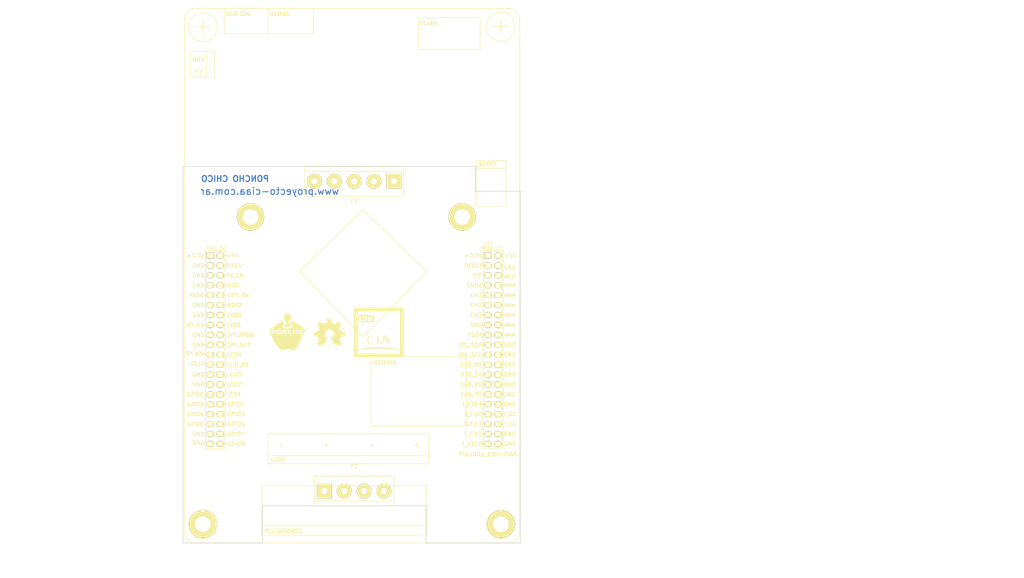
<source format=kicad_pcb>
(kicad_pcb (version 4) (host pcbnew "(2015-05-19 BZR 5670)-product")

  (general
    (links 13)
    (no_connects 13)
    (area 64.059999 58.344999 150.570001 155.015001)
    (thickness 1.6)
    (drawings 42)
    (tracks 0)
    (zones 0)
    (modules 7)
    (nets 9)
  )

  (page A4)
  (title_block
    (title "Poncho Mediano - Modelo - Ejemplo - Template")
    (date "lun 05 oct 2015")
    (rev 1.0)
    (company "Proyecto CIAA - COMPUTADORA INDUSTRIAL ABIERTA ARGENTINA")
    (comment 1 https://github.com/ciaa/Ponchos/tree/master/modelos/doc)
    (comment 2 "Autores y Licencia del template")
    (comment 3 "CÓDIGO PONCHO:")
  )

  (layers
    (0 F.Cu signal)
    (31 B.Cu signal)
    (32 B.Adhes user)
    (33 F.Adhes user)
    (34 B.Paste user)
    (35 F.Paste user)
    (36 B.SilkS user)
    (37 F.SilkS user)
    (38 B.Mask user)
    (39 F.Mask user)
    (40 Dwgs.User user)
    (41 Cmts.User user)
    (42 Eco1.User user)
    (43 Eco2.User user)
    (44 Edge.Cuts user)
    (45 Margin user)
    (46 B.CrtYd user)
    (47 F.CrtYd user)
    (48 B.Fab user)
    (49 F.Fab user)
  )

  (setup
    (last_trace_width 0.381)
    (user_trace_width 0.508)
    (user_trace_width 0.635)
    (user_trace_width 0.762)
    (user_trace_width 1.016)
    (user_trace_width 1.27)
    (user_trace_width 1.524)
    (trace_clearance 0.508)
    (zone_clearance 0.508)
    (zone_45_only no)
    (trace_min 0.2)
    (segment_width 0.2)
    (edge_width 0.15)
    (via_size 0.6)
    (via_drill 0.4)
    (via_min_size 0.4)
    (via_min_drill 0.3)
    (uvia_size 0.3)
    (uvia_drill 0.1)
    (uvias_allowed no)
    (uvia_min_size 0)
    (uvia_min_drill 0)
    (pcb_text_width 0.3)
    (pcb_text_size 1.5 1.5)
    (mod_edge_width 0.15)
    (mod_text_size 0.000001 0.000001)
    (mod_text_width 0.15)
    (pad_size 1.4 1.4)
    (pad_drill 0.6)
    (pad_to_mask_clearance 0.2)
    (aux_axis_origin 69.215 150.114)
    (visible_elements 7FFEFF7F)
    (pcbplotparams
      (layerselection 0x00020_80000000)
      (usegerberextensions false)
      (excludeedgelayer false)
      (linewidth 0.100000)
      (plotframeref false)
      (viasonmask false)
      (mode 1)
      (useauxorigin false)
      (hpglpennumber 1)
      (hpglpenspeed 20)
      (hpglpendiameter 15)
      (hpglpenoverlay 2)
      (psnegative false)
      (psa4output false)
      (plotreference true)
      (plotvalue false)
      (plotinvisibletext false)
      (padsonsilk false)
      (subtractmaskfromsilk false)
      (outputformat 1)
      (mirror false)
      (drillshape 0)
      (scaleselection 1)
      (outputdirectory ""))
  )

  (net 0 "")
  (net 1 +3.3V)
  (net 2 "Net-(P1-Pad3)")
  (net 3 +5V)
  (net 4 "Net-(P1-Pad4)")
  (net 5 GND)
  (net 6 "Net-(P2-Pad2)")
  (net 7 "Net-(P2-Pad3)")
  (net 8 +5VP)

  (net_class Default "This is the default net class."
    (clearance 0.508)
    (trace_width 0.381)
    (via_dia 0.6)
    (via_drill 0.4)
    (uvia_dia 0.3)
    (uvia_drill 0.1)
    (add_net +3.3V)
    (add_net +5V)
    (add_net +5VP)
    (add_net GND)
    (add_net "Net-(P1-Pad3)")
    (add_net "Net-(P1-Pad4)")
    (add_net "Net-(P2-Pad2)")
    (add_net "Net-(P2-Pad3)")
  )

  (module Poncho_Modelos:bornier5 (layer F.Cu) (tedit 0) (tstamp 560EDCAD)
    (at 107.95 62.23 180)
    (descr "Bornier d'alimentation 4 pins")
    (tags DEV)
    (path /560ED139)
    (fp_text reference P1 (at 0 -5.08 180) (layer F.SilkS)
      (effects (font (size 1 1) (thickness 0.15)))
    )
    (fp_text value CONN_5 (at 0 5.08 180) (layer F.Fab)
      (effects (font (size 1 1) (thickness 0.15)))
    )
    (fp_line (start -12.7 3.81) (end 12.7 3.81) (layer F.SilkS) (width 0.15))
    (fp_line (start -12.7 2.54) (end 12.7 2.54) (layer F.SilkS) (width 0.15))
    (fp_line (start -12.7 -3.81) (end 12.7 -3.81) (layer F.SilkS) (width 0.15))
    (fp_line (start 12.7 -3.81) (end 12.7 3.81) (layer F.SilkS) (width 0.15))
    (fp_line (start -12.7 -3.81) (end -12.7 3.81) (layer F.SilkS) (width 0.15))
    (pad 2 thru_hole circle (at -5.08 0 180) (size 3.81 3.81) (drill 1.524) (layers *.Cu *.Mask F.SilkS)
      (net 1 +3.3V))
    (pad 3 thru_hole circle (at 0 0 180) (size 3.81 3.81) (drill 1.524) (layers *.Cu *.Mask F.SilkS)
      (net 2 "Net-(P1-Pad3)"))
    (pad 1 thru_hole rect (at -10.16 0 180) (size 3.81 3.81) (drill 1.524) (layers *.Cu *.Mask F.SilkS)
      (net 3 +5V))
    (pad 4 thru_hole circle (at 5.08 0 180) (size 3.81 3.81) (drill 1.524) (layers *.Cu *.Mask F.SilkS)
      (net 4 "Net-(P1-Pad4)"))
    (pad 5 thru_hole circle (at 10.16 0 180) (size 3.81 3.81) (drill 1.524) (layers *.Cu *.Mask F.SilkS)
      (net 5 GND))
    (model Connect.3dshapes/bornier5.wrl
      (at (xyz 0 0 0))
      (scale (xyz 1 1 1))
      (rotate (xyz 0 0 0))
    )
  )

  (module Poncho_Modelos:bornier4 (layer F.Cu) (tedit 0) (tstamp 560EDCBA)
    (at 107.95 141.605)
    (descr "Bornier d'alimentation 4 pins")
    (tags DEV)
    (path /560ED17A)
    (fp_text reference P2 (at 0 -6.35) (layer F.SilkS)
      (effects (font (size 1 1) (thickness 0.15)))
    )
    (fp_text value CONN_4 (at 0 5.08) (layer F.Fab)
      (effects (font (size 1 1) (thickness 0.15)))
    )
    (fp_line (start -10.16 -3.81) (end -10.16 3.81) (layer F.SilkS) (width 0.15))
    (fp_line (start 10.16 3.81) (end 10.16 -3.81) (layer F.SilkS) (width 0.15))
    (fp_line (start 10.16 2.54) (end -10.16 2.54) (layer F.SilkS) (width 0.15))
    (fp_line (start -10.16 -3.81) (end 10.16 -3.81) (layer F.SilkS) (width 0.15))
    (fp_line (start -10.16 3.81) (end 10.16 3.81) (layer F.SilkS) (width 0.15))
    (pad 2 thru_hole circle (at -2.54 0) (size 3.81 3.81) (drill 1.524) (layers *.Cu *.Mask F.SilkS)
      (net 6 "Net-(P2-Pad2)"))
    (pad 3 thru_hole circle (at 2.54 0) (size 3.81 3.81) (drill 1.524) (layers *.Cu *.Mask F.SilkS)
      (net 7 "Net-(P2-Pad3)"))
    (pad 1 thru_hole rect (at -7.62 0) (size 3.81 3.81) (drill 1.524) (layers *.Cu *.Mask F.SilkS)
      (net 5 GND))
    (pad 4 thru_hole circle (at 7.62 0) (size 3.81 3.81) (drill 1.524) (layers *.Cu *.Mask F.SilkS)
      (net 8 +5VP))
    (model Connect.3dshapes/bornier4.wrl
      (at (xyz 0 0 0))
      (scale (xyz 1 1 1))
      (rotate (xyz 0 0 0))
    )
  )

  (module Poncho_Esqueleto:Logo_EDU-CIAA (layer F.Cu) (tedit 560D8BDB) (tstamp 560EE0E7)
    (at 114.3 100.965)
    (fp_text reference G*** (at 0 7.112) (layer F.SilkS) hide
      (effects (font (thickness 0.3048)))
    )
    (fp_text value Logo_EDU-CIAA (at 0.06 -7.8) (layer F.SilkS) hide
      (effects (font (thickness 0.3048)))
    )
    (fp_poly (pts (xy 6.35 6.35) (xy 5.42036 6.35) (xy 5.42036 4.8006) (xy 5.41782 4.7371)
      (xy 5.41782 4.39674) (xy 5.41782 -0.51054) (xy 5.41782 -5.42036) (xy 0 -5.42036)
      (xy -5.42036 -5.42036) (xy -5.42036 -4.99618) (xy -5.42036 -4.572) (xy -5.715 -4.572)
      (xy -6.01218 -4.572) (xy -6.01218 -3.556) (xy -6.01218 -2.54) (xy -5.715 -2.54)
      (xy -5.42036 -2.54) (xy -5.42036 0.9271) (xy -5.42036 4.39674) (xy -5.21462 4.318)
      (xy -5.05968 4.27736) (xy -4.77266 4.21894) (xy -4.39166 4.14782) (xy -3.95224 4.07162)
      (xy -3.7973 4.04622) (xy -3.42392 3.9878) (xy -3.08102 3.94462) (xy -2.74066 3.90906)
      (xy -2.3749 3.88366) (xy -1.9558 3.86842) (xy -1.45542 3.85826) (xy -0.84582 3.85318)
      (xy -0.09652 3.85064) (xy 0 3.85064) (xy 0.76454 3.85318) (xy 1.38938 3.85826)
      (xy 1.90246 3.86588) (xy 2.32918 3.88366) (xy 2.70002 3.90652) (xy 3.04038 3.93954)
      (xy 3.38074 3.98272) (xy 3.74904 4.0386) (xy 3.79476 4.04622) (xy 4.24434 4.12242)
      (xy 4.65074 4.19608) (xy 4.97332 4.25958) (xy 5.17652 4.30784) (xy 5.21208 4.318)
      (xy 5.41782 4.39674) (xy 5.41782 4.7371) (xy 5.41528 4.67614) (xy 5.38226 4.5847)
      (xy 5.29844 4.51612) (xy 5.14604 4.46278) (xy 4.90474 4.41706) (xy 4.55168 4.37134)
      (xy 4.06654 4.31546) (xy 3.59664 4.26466) (xy 2.9464 4.2037) (xy 2.20218 4.16052)
      (xy 1.3462 4.13258) (xy 0.35052 4.12242) (xy 0 4.11988) (xy -0.89154 4.12496)
      (xy -1.65608 4.13766) (xy -2.33426 4.1656) (xy -2.96672 4.20624) (xy -3.59664 4.2672)
      (xy -4.26466 4.34594) (xy -4.7625 4.41452) (xy -5.42036 4.50596) (xy -5.42036 4.96062)
      (xy -5.42036 5.41782) (xy 0 5.41782) (xy 5.41782 5.41782) (xy 5.41782 4.96062)
      (xy 5.42036 4.8006) (xy 5.42036 6.35) (xy 0 6.35) (xy -6.35 6.35)
      (xy -6.35 0) (xy -6.35 -6.35) (xy 0 -6.35) (xy 6.35 -6.35)
      (xy 6.35 0) (xy 6.35 6.35) (xy 6.35 6.35)) (layer F.SilkS) (width 0.00254))
    (fp_poly (pts (xy -1.36398 2.94894) (xy -1.41986 2.99212) (xy -1.58242 3.04292) (xy -1.83134 3.07848)
      (xy -2.08534 3.08864) (xy -2.24028 3.0734) (xy -2.59334 2.89814) (xy -2.84734 2.5908)
      (xy -2.921 2.43586) (xy -3.01752 1.98628) (xy -2.94894 1.55956) (xy -2.71526 1.16586)
      (xy -2.667 1.11252) (xy -2.49174 0.93726) (xy -2.33426 0.84582) (xy -2.12344 0.81026)
      (xy -1.90246 0.80518) (xy -1.57988 0.82296) (xy -1.40462 0.8763) (xy -1.37922 0.90932)
      (xy -1.40208 0.97028) (xy -1.55194 0.98298) (xy -1.70942 0.96774) (xy -2.08788 0.9906)
      (xy -2.39776 1.143) (xy -2.6289 1.39192) (xy -2.75844 1.70434) (xy -2.77876 2.04978)
      (xy -2.67462 2.39522) (xy -2.4765 2.66446) (xy -2.31902 2.80162) (xy -2.159 2.86258)
      (xy -1.9304 2.86766) (xy -1.80086 2.8575) (xy -1.51892 2.84988) (xy -1.36906 2.8829)
      (xy -1.36398 2.94894) (xy -1.36398 2.94894)) (layer F.SilkS) (width 0.00254))
    (fp_poly (pts (xy -0.08636 1.905) (xy -0.0889 2.37236) (xy -0.09906 2.69494) (xy -0.11938 2.90068)
      (xy -0.14986 3.00736) (xy -0.19812 3.04546) (xy -0.21336 3.048) (xy -0.26416 3.0226)
      (xy -0.29972 2.9337) (xy -0.32258 2.7559) (xy -0.33528 2.4638) (xy -0.34036 2.032)
      (xy -0.34036 1.905) (xy -0.33782 1.4351) (xy -0.32766 1.11252) (xy -0.30734 0.90678)
      (xy -0.27432 0.8001) (xy -0.22606 0.762) (xy -0.21336 0.762) (xy -0.16002 0.78486)
      (xy -0.12446 0.87376) (xy -0.1016 1.05156) (xy -0.09144 1.34366) (xy -0.08636 1.77546)
      (xy -0.08636 1.905) (xy -0.08636 1.905)) (layer F.SilkS) (width 0.00254))
    (fp_poly (pts (xy 2.40284 3.0353) (xy 2.30378 3.05308) (xy 2.17678 2.90322) (xy 2.02184 2.59334)
      (xy 1.83642 2.1209) (xy 1.80848 2.03708) (xy 1.6764 1.67132) (xy 1.5621 1.3716)
      (xy 1.47828 1.17094) (xy 1.43764 1.09982) (xy 1.39446 1.17602) (xy 1.3081 1.37922)
      (xy 1.19126 1.68148) (xy 1.05664 2.04978) (xy 1.05664 2.05232) (xy 0.87884 2.52222)
      (xy 0.7366 2.83464) (xy 0.62484 2.99974) (xy 0.57404 3.03022) (xy 0.50546 3.02514)
      (xy 0.49276 2.9591) (xy 0.53848 2.79654) (xy 0.64516 2.52222) (xy 0.78994 2.15646)
      (xy 0.9525 1.7272) (xy 1.08458 1.3716) (xy 1.2319 1.016) (xy 1.35128 0.82296)
      (xy 1.4351 0.77978) (xy 1.4986 0.86106) (xy 1.60782 1.06172) (xy 1.74752 1.35382)
      (xy 1.90246 1.69926) (xy 2.05994 2.06502) (xy 2.20472 2.41554) (xy 2.31902 2.71526)
      (xy 2.39014 2.9337) (xy 2.40284 3.0353) (xy 2.40284 3.0353)) (layer F.SilkS) (width 0.00254))
    (fp_poly (pts (xy 2.96164 2.98704) (xy 2.8956 3.04292) (xy 2.85242 3.048) (xy 2.78384 2.9718)
      (xy 2.67208 2.75844) (xy 2.52984 2.43586) (xy 2.36982 2.02946) (xy 2.3368 1.94056)
      (xy 2.15138 1.41478) (xy 2.03708 1.0414) (xy 1.99136 0.81788) (xy 2.01676 0.74422)
      (xy 2.10566 0.80772) (xy 2.159 0.91186) (xy 2.25552 1.13284) (xy 2.38252 1.44272)
      (xy 2.52476 1.79578) (xy 2.66954 2.16154) (xy 2.79654 2.49936) (xy 2.89814 2.77622)
      (xy 2.95402 2.94894) (xy 2.96164 2.98704) (xy 2.96164 2.98704)) (layer F.SilkS) (width 0.00254))
    (fp_poly (pts (xy -1.27 -2.71018) (xy -1.94818 -2.71018) (xy -1.94818 -3.57378) (xy -1.95834 -3.86334)
      (xy -1.99644 -4.01574) (xy -2.06756 -4.064) (xy -2.07518 -4.064) (xy -2.15138 -4.02336)
      (xy -2.19202 -3.87858) (xy -2.20218 -3.59664) (xy -2.20218 -3.5941) (xy -2.20726 -3.32486)
      (xy -2.2352 -3.1877) (xy -2.2987 -3.14452) (xy -2.39268 -3.1496) (xy -2.50698 -3.1877)
      (xy -2.57048 -3.2893) (xy -2.60096 -3.49758) (xy -2.60858 -3.6195) (xy -2.6416 -3.90398)
      (xy -2.70002 -4.04114) (xy -2.75844 -4.064) (xy -2.82956 -3.99034) (xy -2.8702 -3.80238)
      (xy -2.8829 -3.55092) (xy -2.86258 -3.29438) (xy -2.80924 -3.08102) (xy -2.79146 -3.04292)
      (xy -2.64668 -2.92608) (xy -2.41808 -2.87782) (xy -2.18694 -2.90576) (xy -2.04978 -2.98196)
      (xy -1.9939 -3.11658) (xy -1.95834 -3.36042) (xy -1.94818 -3.57378) (xy -1.94818 -2.71018)
      (xy -3.0861 -2.71018) (xy -3.0861 -3.42138) (xy -3.09372 -3.64744) (xy -3.20548 -3.88874)
      (xy -3.429 -4.0259) (xy -3.76428 -4.064) (xy -4.064 -4.064) (xy -4.064 -3.47218)
      (xy -4.064 -2.88036) (xy -3.7465 -2.88036) (xy -3.51536 -2.89814) (xy -3.3528 -2.93624)
      (xy -3.33756 -2.94386) (xy -3.17246 -3.14198) (xy -3.0861 -3.42138) (xy -3.0861 -2.71018)
      (xy -3.556 -2.71018) (xy -4.23418 -2.71018) (xy -4.23418 -3.00736) (xy -4.29006 -3.09626)
      (xy -4.47548 -3.13182) (xy -4.572 -3.13436) (xy -4.80822 -3.15468) (xy -4.90474 -3.22326)
      (xy -4.91236 -3.26136) (xy -4.84886 -3.35534) (xy -4.64312 -3.38836) (xy -4.61518 -3.38836)
      (xy -4.39674 -3.4163) (xy -4.32054 -3.50266) (xy -4.318 -3.51536) (xy -4.38404 -3.60934)
      (xy -4.58978 -3.64236) (xy -4.61518 -3.64236) (xy -4.81076 -3.66268) (xy -4.90982 -3.71602)
      (xy -4.91236 -3.72618) (xy -4.8387 -3.78206) (xy -4.65328 -3.81) (xy -4.61518 -3.81)
      (xy -4.39674 -3.83794) (xy -4.32054 -3.92684) (xy -4.318 -3.937) (xy -4.36372 -4.01828)
      (xy -4.5212 -4.05638) (xy -4.74218 -4.064) (xy -5.16636 -4.064) (xy -5.16636 -3.47218)
      (xy -5.16636 -2.88036) (xy -4.699 -2.88036) (xy -4.4196 -2.89052) (xy -4.27482 -2.93116)
      (xy -4.23418 -3.00736) (xy -4.23418 -2.71018) (xy -5.842 -2.71018) (xy -5.842 -3.556)
      (xy -5.842 -4.40436) (xy -3.556 -4.40436) (xy -1.27 -4.40436) (xy -1.27 -3.556)
      (xy -1.27 -2.71018) (xy -1.27 -2.71018)) (layer F.SilkS) (width 0.00254))
    (fp_poly (pts (xy -3.33756 -3.59918) (xy -3.34264 -3.35788) (xy -3.46964 -3.1877) (xy -3.65252 -3.13436)
      (xy -3.75666 -3.16738) (xy -3.80238 -3.29184) (xy -3.81 -3.47218) (xy -3.79984 -3.69062)
      (xy -3.74396 -3.78714) (xy -3.61696 -3.81) (xy -3.60172 -3.81) (xy -3.42138 -3.7592)
      (xy -3.33756 -3.59918) (xy -3.33756 -3.59918)) (layer F.SilkS) (width 0.00254))
  )

  (module Poncho_Esqueleto:Logo_Poncho (layer F.Cu) (tedit 560DAFF4) (tstamp 560EEA4B)
    (at 90.805 100.965)
    (fp_text reference G*** (at 0.127 5.588) (layer F.SilkS) hide
      (effects (font (thickness 0.3)))
    )
    (fp_text value LOGO (at 0.762 7.493) (layer F.SilkS) hide
      (effects (font (thickness 0.3)))
    )
    (fp_poly (pts (xy 4.535714 -0.627021) (xy 4.498746 -0.420109) (xy 4.405012 -0.1352) (xy 4.280272 0.162897)
      (xy 4.150281 0.409374) (xy 4.123376 0.447413) (xy 4.123376 -0.123701) (xy 4.058326 -0.436938)
      (xy 3.869112 -0.644378) (xy 3.564639 -0.737671) (xy 3.463636 -0.742208) (xy 3.129516 -0.681223)
      (xy 2.908248 -0.503835) (xy 2.808734 -0.218392) (xy 2.803896 -0.123701) (xy 2.868946 0.189536)
      (xy 3.058159 0.396975) (xy 3.362633 0.490269) (xy 3.463636 0.494805) (xy 3.797606 0.436492)
      (xy 3.958441 0.32987) (xy 4.092315 0.09203) (xy 4.123376 -0.123701) (xy 4.123376 0.447413)
      (xy 4.089856 0.494805) (xy 4.013749 0.621925) (xy 3.89522 0.861365) (xy 3.753792 1.172585)
      (xy 3.672876 1.360714) (xy 3.421635 1.929272) (xy 3.149718 2.496808) (xy 2.869494 3.041693)
      (xy 2.593334 3.542296) (xy 2.556493 3.603955) (xy 2.556493 -0.123701) (xy 2.552598 -0.439936)
      (xy 2.534834 -0.625484) (xy 2.494089 -0.714524) (xy 2.421247 -0.741238) (xy 2.391558 -0.742208)
      (xy 2.270831 -0.703329) (xy 2.228325 -0.558669) (xy 2.226623 -0.494805) (xy 2.206189 -0.31957)
      (xy 2.109798 -0.254982) (xy 1.97922 -0.247402) (xy 1.803985 -0.267837) (xy 1.739397 -0.364227)
      (xy 1.731818 -0.494805) (xy 1.705898 -0.675896) (xy 1.609459 -0.739655) (xy 1.566883 -0.742208)
      (xy 1.482553 -0.727599) (xy 1.433074 -0.660988) (xy 1.40933 -0.508193) (xy 1.402206 -0.235036)
      (xy 1.401948 -0.123701) (xy 1.405843 0.192533) (xy 1.423606 0.378081) (xy 1.464351 0.467122)
      (xy 1.537193 0.493835) (xy 1.566883 0.494805) (xy 1.680559 0.462518) (xy 1.726426 0.336472)
      (xy 1.731818 0.206169) (xy 1.745609 0.012245) (xy 1.815564 -0.067294) (xy 1.97922 -0.082467)
      (xy 2.145441 -0.066377) (xy 2.213617 0.015237) (xy 2.226623 0.206169) (xy 2.245073 0.405103)
      (xy 2.317099 0.48537) (xy 2.391558 0.494805) (xy 2.475887 0.480197) (xy 2.525367 0.413586)
      (xy 2.549111 0.260791) (xy 2.556234 -0.012366) (xy 2.556493 -0.123701) (xy 2.556493 3.603955)
      (xy 2.33361 3.976986) (xy 2.102692 4.324132) (xy 1.912952 4.562103) (xy 1.781691 4.667512)
      (xy 1.660102 4.654002) (xy 1.438445 4.580892) (xy 1.163465 4.463746) (xy 1.154545 4.459546)
      (xy 1.154545 0.36149) (xy 1.110706 0.268405) (xy 0.956623 0.266159) (xy 0.938776 0.269422)
      (xy 0.717011 0.243945) (xy 0.523128 0.11531) (xy 0.417755 -0.07121) (xy 0.412337 -0.123701)
      (xy 0.484303 -0.318602) (xy 0.658393 -0.472009) (xy 0.871896 -0.536691) (xy 0.949632 -0.528355)
      (xy 1.105982 -0.515384) (xy 1.154279 -0.597467) (xy 1.154545 -0.609566) (xy 1.114247 -0.69528)
      (xy 0.970303 -0.735064) (xy 0.783441 -0.742208) (xy 0.429195 -0.687347) (xy 0.198088 -0.523118)
      (xy 0.090717 -0.250044) (xy 0.082467 -0.123701) (xy 0.144642 0.188869) (xy 0.330769 0.392787)
      (xy 0.640252 0.487526) (xy 0.783441 0.494805) (xy 1.022962 0.480515) (xy 1.134243 0.429291)
      (xy 1.154545 0.36149) (xy 1.154545 4.459546) (xy 1.148315 4.456614) (xy 0.592041 4.256938)
      (xy 0.061238 4.207886) (xy -0.164935 4.249843) (xy -0.164935 -0.123701) (xy -0.168831 -0.439936)
      (xy -0.186594 -0.625484) (xy -0.227339 -0.714524) (xy -0.300181 -0.741238) (xy -0.329871 -0.742208)
      (xy -0.435349 -0.716231) (xy -0.483875 -0.609894) (xy -0.495586 -0.391721) (xy -0.496366 -0.041234)
      (xy -0.706429 -0.391721) (xy -0.874005 -0.625569) (xy -1.029731 -0.729733) (xy -1.117986 -0.742208)
      (xy -1.220495 -0.733937) (xy -1.280586 -0.685976) (xy -1.309571 -0.563603) (xy -1.318762 -0.332094)
      (xy -1.319481 -0.123701) (xy -1.315585 0.192533) (xy -1.297822 0.378081) (xy -1.257077 0.467122)
      (xy -1.184235 0.493835) (xy -1.154546 0.494805) (xy -1.049068 0.468829) (xy -1.000541 0.362492)
      (xy -0.988831 0.144318) (xy -0.98805 -0.206169) (xy -0.777988 0.144318) (xy -0.610412 0.378167)
      (xy -0.454685 0.48233) (xy -0.36643 0.494805) (xy -0.263922 0.486535) (xy -0.203831 0.438574)
      (xy -0.174846 0.3162) (xy -0.165655 0.084692) (xy -0.164935 -0.123701) (xy -0.164935 4.249843)
      (xy -0.48241 4.308738) (xy -0.783442 4.420415) (xy -1.059466 4.535832) (xy -1.285963 4.626797)
      (xy -1.401948 4.669513) (xy -1.518876 4.625399) (xy -1.566884 4.584033) (xy -1.566884 -0.123701)
      (xy -1.631934 -0.436938) (xy -1.821147 -0.644378) (xy -2.12562 -0.737671) (xy -2.226624 -0.742208)
      (xy -2.560743 -0.681223) (xy -2.782012 -0.503835) (xy -2.881525 -0.218392) (xy -2.886364 -0.123701)
      (xy -2.821314 0.189536) (xy -2.6321 0.396975) (xy -2.327627 0.490269) (xy -2.226624 0.494805)
      (xy -1.892653 0.436492) (xy -1.731819 0.32987) (xy -1.597945 0.09203) (xy -1.566884 -0.123701)
      (xy -1.566884 4.584033) (xy -1.717176 4.454536) (xy -1.98582 4.166799) (xy -2.061689 4.078924)
      (xy -2.369861 3.70727) (xy -2.632201 3.363429) (xy -2.870341 3.013116) (xy -2.968832 2.849614)
      (xy -2.968832 -0.32987) (xy -3.007485 -0.54598) (xy -3.140146 -0.67528) (xy -3.391869 -0.734039)
      (xy -3.603832 -0.742208) (xy -4.04091 -0.742208) (xy -4.04091 -0.123701) (xy -4.037014 0.192533)
      (xy -4.019251 0.378081) (xy -3.978506 0.467122) (xy -3.905664 0.493835) (xy -3.875974 0.494805)
      (xy -3.746639 0.446485) (xy -3.711039 0.288637) (xy -3.687673 0.146227) (xy -3.584731 0.090232)
      (xy -3.438897 0.082468) (xy -3.16065 0.034793) (xy -3.008068 -0.114765) (xy -2.968832 -0.32987)
      (xy -2.968832 2.849614) (xy -3.105916 2.622046) (xy -3.360558 2.155935) (xy -3.6559 1.580499)
      (xy -3.724805 1.443182) (xy -3.927446 1.040996) (xy -4.107468 0.68891) (xy -4.250627 0.414385)
      (xy -4.342678 0.24488) (xy -4.366512 0.206169) (xy -4.479713 -0.061738) (xy -4.470402 -0.368299)
      (xy -4.39208 -0.562072) (xy -4.211754 -0.794239) (xy -3.970771 -1.027175) (xy -3.729883 -1.205582)
      (xy -3.628572 -1.257014) (xy -3.515586 -1.328258) (xy -3.31072 -1.481511) (xy -3.047204 -1.691308)
      (xy -2.861153 -1.845142) (xy -2.478394 -2.151727) (xy -2.09396 -2.434151) (xy -1.735885 -2.674156)
      (xy -1.432202 -2.853482) (xy -1.210945 -2.953871) (xy -1.135923 -2.968831) (xy -0.992755 -2.911987)
      (xy -0.868796 -2.807085) (xy -0.798823 -2.718089) (xy -0.768465 -2.621372) (xy -0.779148 -2.476306)
      (xy -0.832302 -2.242261) (xy -0.897248 -1.997411) (xy -1.002077 -1.614541) (xy -1.0637 -1.342913)
      (xy -1.062894 -1.163551) (xy -0.980436 -1.05748) (xy -0.797105 -1.005726) (xy -0.493678 -0.989314)
      (xy -0.050932 -0.989267) (xy 0.123701 -0.98961) (xy 0.616616 -0.993152) (xy 0.963601 -1.004879)
      (xy 1.183529 -1.026446) (xy 1.295275 -1.059505) (xy 1.31948 -1.094352) (xy 1.298521 -1.22034)
      (xy 1.243133 -1.457326) (xy 1.164548 -1.757819) (xy 1.150407 -1.809213) (xy 1.043088 -2.255847)
      (xy 1.008894 -2.569631) (xy 1.048676 -2.765972) (xy 1.163285 -2.860279) (xy 1.208992 -2.870512)
      (xy 1.420553 -2.83991) (xy 1.739874 -2.711189) (xy 2.149801 -2.493929) (xy 2.633175 -2.197713)
      (xy 3.172841 -1.832122) (xy 3.525487 -1.576813) (xy 3.929546 -1.272303) (xy 4.214754 -1.04349)
      (xy 4.398878 -0.873667) (xy 4.499689 -0.746128) (xy 4.534955 -0.644167) (xy 4.535714 -0.627021)
      (xy 4.535714 -0.627021)) (layer F.SilkS) (width 0.1))
    (fp_poly (pts (xy 1.023542 -3.736319) (xy 0.895402 -3.389445) (xy 0.679417 -3.11223) (xy 0.563302 -2.982356)
      (xy 0.508034 -2.869698) (xy 0.506066 -2.720981) (xy 0.549854 -2.48293) (xy 0.574294 -2.370022)
      (xy 0.658312 -1.973188) (xy 0.69611 -1.709422) (xy 0.675383 -1.550382) (xy 0.583822 -1.467723)
      (xy 0.409122 -1.433104) (xy 0.16144 -1.419187) (xy -0.12355 -1.415195) (xy -0.339882 -1.428263)
      (xy -0.43645 -1.453549) (xy -0.490308 -1.618268) (xy -0.466441 -1.923684) (xy -0.365224 -2.365222)
      (xy -0.360015 -2.384058) (xy -0.225225 -2.868872) (xy -0.488808 -3.104404) (xy -0.714353 -3.402585)
      (xy -0.808424 -3.746824) (xy -0.77552 -4.096523) (xy -0.620138 -4.411085) (xy -0.346777 -4.649915)
      (xy -0.31571 -4.666738) (xy 0.033719 -4.763905) (xy 0.380075 -4.71573) (xy 0.68714 -4.538441)
      (xy 0.918691 -4.248265) (xy 0.989692 -4.081895) (xy 1.023542 -3.736319) (xy 1.023542 -3.736319)) (layer F.SilkS) (width 0.1))
    (fp_poly (pts (xy -3.320079 -0.321578) (xy -3.381169 -0.206169) (xy -3.537606 -0.087441) (xy -3.656944 -0.12265)
      (xy -3.710414 -0.301007) (xy -3.711039 -0.32987) (xy -3.666881 -0.523821) (xy -3.553583 -0.57585)
      (xy -3.399915 -0.47517) (xy -3.381169 -0.453571) (xy -3.320079 -0.321578) (xy -3.320079 -0.321578)) (layer F.SilkS) (width 0.1))
    (fp_poly (pts (xy -1.911824 -0.1467) (xy -1.935194 -0.006732) (xy -2.006645 0.114199) (xy -2.128505 0.265484)
      (xy -2.225472 0.329848) (xy -2.226624 0.32987) (xy -2.322643 0.267542) (xy -2.444552 0.117317)
      (xy -2.446603 0.114199) (xy -2.537406 -0.05684) (xy -2.52656 -0.197017) (xy -2.465958 -0.318756)
      (xy -2.343482 -0.473895) (xy -2.226624 -0.536039) (xy -2.106037 -0.47051) (xy -1.987289 -0.318756)
      (xy -1.911824 -0.1467) (xy -1.911824 -0.1467)) (layer F.SilkS) (width 0.1))
    (fp_poly (pts (xy 3.778435 -0.1467) (xy 3.755065 -0.006732) (xy 3.683615 0.114199) (xy 3.561755 0.265484)
      (xy 3.464788 0.329848) (xy 3.463636 0.32987) (xy 3.367616 0.267542) (xy 3.245708 0.117317)
      (xy 3.243657 0.114199) (xy 3.152854 -0.05684) (xy 3.163699 -0.197017) (xy 3.224301 -0.318756)
      (xy 3.346778 -0.473895) (xy 3.463636 -0.536039) (xy 3.584223 -0.47051) (xy 3.702971 -0.318756)
      (xy 3.778435 -0.1467) (xy 3.778435 -0.1467)) (layer F.SilkS) (width 0.1))
  )

  (module Poncho_Esqueleto:Logo_OSHWA (layer F.Cu) (tedit 560D8B85) (tstamp 560EEA57)
    (at 101.6 100.965)
    (fp_text reference G101 (at 0 4.2418) (layer F.SilkS) hide
      (effects (font (size 0.7112 0.4572) (thickness 0.1143)))
    )
    (fp_text value Logo_OSHWA (at 0 -4.2418) (layer F.SilkS) hide
      (effects (font (size 0.36322 0.36322) (thickness 0.07112)))
    )
    (fp_poly (pts (xy -2.42316 3.59156) (xy -2.38252 3.57124) (xy -2.28854 3.51282) (xy -2.15392 3.42392)
      (xy -1.99644 3.31978) (xy -1.83896 3.21056) (xy -1.70942 3.1242) (xy -1.61798 3.06578)
      (xy -1.57988 3.04546) (xy -1.55956 3.05054) (xy -1.48336 3.08864) (xy -1.37414 3.14452)
      (xy -1.31064 3.17754) (xy -1.21158 3.22072) (xy -1.16078 3.23088) (xy -1.15316 3.21564)
      (xy -1.11506 3.13944) (xy -1.05918 3.00736) (xy -0.98298 2.83464) (xy -0.89662 2.63144)
      (xy -0.80264 2.413) (xy -0.7112 2.18948) (xy -0.6223 1.97612) (xy -0.54356 1.78562)
      (xy -0.48006 1.63068) (xy -0.43942 1.52146) (xy -0.42418 1.47574) (xy -0.42926 1.46558)
      (xy -0.48006 1.41732) (xy -0.56642 1.35128) (xy -0.75692 1.19634) (xy -0.94234 0.96266)
      (xy -1.05664 0.6985) (xy -1.09474 0.40386) (xy -1.06172 0.13208) (xy -0.95504 -0.12954)
      (xy -0.77216 -0.36576) (xy -0.55118 -0.54102) (xy -0.2921 -0.65278) (xy 0 -0.68834)
      (xy 0.2794 -0.65786) (xy 0.5461 -0.55118) (xy 0.78232 -0.37084) (xy 0.88138 -0.25654)
      (xy 1.01854 -0.01778) (xy 1.09728 0.23876) (xy 1.1049 0.30226) (xy 1.09474 0.5842)
      (xy 1.01092 0.85344) (xy 0.8636 1.09474) (xy 0.65786 1.29032) (xy 0.62992 1.31064)
      (xy 0.53594 1.38176) (xy 0.47244 1.43002) (xy 0.42164 1.47066) (xy 0.77978 2.33172)
      (xy 0.83566 2.46888) (xy 0.93472 2.7051) (xy 1.02108 2.9083) (xy 1.08966 3.06832)
      (xy 1.13792 3.17754) (xy 1.15824 3.22072) (xy 1.16078 3.22326) (xy 1.19126 3.22834)
      (xy 1.2573 3.20294) (xy 1.37668 3.14452) (xy 1.45796 3.10388) (xy 1.5494 3.0607)
      (xy 1.59004 3.04546) (xy 1.6256 3.06324) (xy 1.71196 3.12166) (xy 1.8415 3.20548)
      (xy 1.9939 3.30962) (xy 2.14122 3.41122) (xy 2.27584 3.50012) (xy 2.3749 3.56108)
      (xy 2.42316 3.58902) (xy 2.43078 3.58902) (xy 2.47142 3.56362) (xy 2.55016 3.50012)
      (xy 2.667 3.38836) (xy 2.8321 3.2258) (xy 2.8575 3.2004) (xy 2.99466 3.0607)
      (xy 3.10642 2.94386) (xy 3.18008 2.86258) (xy 3.20548 2.82448) (xy 3.20548 2.82448)
      (xy 3.18262 2.77622) (xy 3.11912 2.6797) (xy 3.03022 2.54254) (xy 2.921 2.38252)
      (xy 2.63652 1.9685) (xy 2.794 1.57734) (xy 2.84226 1.45796) (xy 2.90322 1.31318)
      (xy 2.9464 1.20904) (xy 2.9718 1.16332) (xy 3.01244 1.14808) (xy 3.12166 1.12268)
      (xy 3.2766 1.08966) (xy 3.45948 1.05664) (xy 3.63728 1.02362) (xy 3.7973 0.99314)
      (xy 3.9116 0.97028) (xy 3.9624 0.96012) (xy 3.9751 0.9525) (xy 3.98526 0.9271)
      (xy 3.99288 0.87376) (xy 3.99542 0.77724) (xy 3.99796 0.62484) (xy 3.99796 0.40386)
      (xy 3.99796 0.381) (xy 3.99542 0.17018) (xy 3.99288 0.00254) (xy 3.9878 -0.10668)
      (xy 3.98018 -0.14986) (xy 3.98018 -0.14986) (xy 3.92938 -0.16256) (xy 3.81762 -0.18542)
      (xy 3.6576 -0.21844) (xy 3.4671 -0.254) (xy 3.45694 -0.25654) (xy 3.26644 -0.2921)
      (xy 3.10896 -0.32512) (xy 2.9972 -0.35052) (xy 2.95148 -0.36576) (xy 2.94132 -0.37846)
      (xy 2.90322 -0.45212) (xy 2.84734 -0.56896) (xy 2.78638 -0.71374) (xy 2.72288 -0.86106)
      (xy 2.66954 -0.99568) (xy 2.63398 -1.09474) (xy 2.62382 -1.14046) (xy 2.62382 -1.14046)
      (xy 2.65176 -1.18618) (xy 2.7178 -1.28524) (xy 2.80924 -1.41986) (xy 2.921 -1.58242)
      (xy 2.92862 -1.59512) (xy 3.03784 -1.75514) (xy 3.12674 -1.88976) (xy 3.18516 -1.98628)
      (xy 3.20548 -2.02946) (xy 3.20548 -2.032) (xy 3.16992 -2.08026) (xy 3.08864 -2.16916)
      (xy 2.9718 -2.29108) (xy 2.8321 -2.43332) (xy 2.78638 -2.4765) (xy 2.63144 -2.6289)
      (xy 2.52476 -2.72796) (xy 2.45618 -2.7813) (xy 2.42316 -2.794) (xy 2.42316 -2.79146)
      (xy 2.3749 -2.76352) (xy 2.2733 -2.69748) (xy 2.13614 -2.6035) (xy 1.97358 -2.49428)
      (xy 1.96342 -2.48666) (xy 1.8034 -2.37744) (xy 1.67132 -2.28854) (xy 1.5748 -2.22504)
      (xy 1.53416 -2.19964) (xy 1.52654 -2.19964) (xy 1.46304 -2.21996) (xy 1.34874 -2.25806)
      (xy 1.20904 -2.31394) (xy 1.06172 -2.37236) (xy 0.9271 -2.42824) (xy 0.8255 -2.4765)
      (xy 0.77724 -2.5019) (xy 0.77724 -2.50444) (xy 0.75946 -2.56286) (xy 0.73152 -2.68224)
      (xy 0.6985 -2.84734) (xy 0.6604 -3.04292) (xy 0.65532 -3.0734) (xy 0.61976 -3.2639)
      (xy 0.58928 -3.42138) (xy 0.56642 -3.5306) (xy 0.55372 -3.57632) (xy 0.52832 -3.5814)
      (xy 0.43434 -3.58902) (xy 0.2921 -3.59156) (xy 0.11938 -3.5941) (xy -0.06096 -3.59156)
      (xy -0.23622 -3.58902) (xy -0.38862 -3.58394) (xy -0.4953 -3.57632) (xy -0.54102 -3.56616)
      (xy -0.54356 -3.56362) (xy -0.5588 -3.5052) (xy -0.5842 -3.38582) (xy -0.61976 -3.22072)
      (xy -0.65786 -3.0226) (xy -0.66294 -2.98958) (xy -0.6985 -2.79908) (xy -0.73152 -2.64414)
      (xy -0.75438 -2.53492) (xy -0.76708 -2.49428) (xy -0.78232 -2.48412) (xy -0.86106 -2.4511)
      (xy -0.98806 -2.39776) (xy -1.14808 -2.33426) (xy -1.51384 -2.1844) (xy -1.96088 -2.49428)
      (xy -2.00406 -2.52222) (xy -2.16408 -2.63144) (xy -2.2987 -2.72034) (xy -2.39014 -2.77876)
      (xy -2.42824 -2.80162) (xy -2.43078 -2.79908) (xy -2.4765 -2.76098) (xy -2.5654 -2.67716)
      (xy -2.68732 -2.55778) (xy -2.82702 -2.41808) (xy -2.93116 -2.31394) (xy -3.05562 -2.18694)
      (xy -3.13436 -2.10312) (xy -3.17754 -2.04724) (xy -3.19278 -2.01422) (xy -3.1877 -1.9939)
      (xy -3.15976 -1.94818) (xy -3.09372 -1.84912) (xy -3.00228 -1.71196) (xy -2.89306 -1.55448)
      (xy -2.80162 -1.41986) (xy -2.7051 -1.27) (xy -2.6416 -1.16332) (xy -2.61874 -1.10998)
      (xy -2.62382 -1.08712) (xy -2.65684 -1.00076) (xy -2.71018 -0.86614) (xy -2.77622 -0.70866)
      (xy -2.9337 -0.35306) (xy -3.16738 -0.30988) (xy -3.30708 -0.28194) (xy -3.5052 -0.24384)
      (xy -3.69316 -0.20828) (xy -3.9878 -0.14986) (xy -3.99796 0.93218) (xy -3.95224 0.9525)
      (xy -3.90906 0.9652) (xy -3.79984 0.98806) (xy -3.6449 1.01854) (xy -3.45948 1.0541)
      (xy -3.30454 1.08458) (xy -3.14452 1.11252) (xy -3.03276 1.13538) (xy -2.98196 1.14554)
      (xy -2.96926 1.16332) (xy -2.92862 1.23952) (xy -2.87274 1.36144) (xy -2.81178 1.50876)
      (xy -2.74828 1.65862) (xy -2.6924 1.79832) (xy -2.65176 1.905) (xy -2.63906 1.96088)
      (xy -2.65938 2.00406) (xy -2.72034 2.0955) (xy -2.8067 2.22758) (xy -2.91338 2.38506)
      (xy -3.0226 2.54254) (xy -3.1115 2.67716) (xy -3.175 2.77368) (xy -3.2004 2.81686)
      (xy -3.1877 2.84734) (xy -3.12674 2.92354) (xy -3.00736 3.04546) (xy -2.8321 3.22072)
      (xy -2.80162 3.24866) (xy -2.66192 3.38328) (xy -2.54254 3.4925) (xy -2.46126 3.56616)
      (xy -2.42316 3.59156)) (layer F.SilkS) (width 0.00254))
  )

  (module Poncho_Esqueleto:Conn_Poncho_Mediano locked (layer F.Cu) (tedit 5612F5D8) (tstamp 5612FA4C)
    (at 142.24 81.28)
    (tags "CONN Poncho")
    (path /560E549A)
    (fp_text reference XA1 (at 0 -3.175) (layer F.SilkS)
      (effects (font (size 0.8 0.8) (thickness 0.12)))
    )
    (fp_text value Conn_PonchoMP_2x_20x2 (at -1.905 51.181) (layer F.SilkS) hide
      (effects (font (size 1.016 1.016) (thickness 0.2032)))
    )
    (fp_line (start 8.255 -22.86) (end 8.255 73.66) (layer Dwgs.User) (width 0.15))
    (fp_line (start -78.105 73.66) (end -78.105 -22.86) (layer Dwgs.User) (width 0.15))
    (fp_line (start -78.105 -22.86) (end 8.255 -22.86) (layer Dwgs.User) (width 0.15))
    (fp_line (start 8.255 73.66) (end -78.105 73.66) (layer Dwgs.User) (width 0.15))
    (fp_text user GPIO8 (at -64.516 48.26) (layer F.SilkS)
      (effects (font (size 1 1) (thickness 0.2)))
    )
    (fp_text user GPIO7 (at -64.516 45.72) (layer F.SilkS)
      (effects (font (size 1 1) (thickness 0.2)))
    )
    (fp_text user GPIO5 (at -64.516 43.18) (layer F.SilkS)
      (effects (font (size 1 1) (thickness 0.2)))
    )
    (fp_text user GPIO3 (at -64.516 40.64) (layer F.SilkS)
      (effects (font (size 1 1) (thickness 0.2)))
    )
    (fp_text user GPIO1 (at -64.516 38.1) (layer F.SilkS)
      (effects (font (size 1 1) (thickness 0.2)))
    )
    (fp_text user LCD1 (at -65.024 35.56) (layer F.SilkS)
      (effects (font (size 1 1) (thickness 0.2)))
    )
    (fp_text user LCD2 (at -65.024 33.02) (layer F.SilkS)
      (effects (font (size 1 1) (thickness 0.2)))
    )
    (fp_text user LCD3 (at -65.024 30.48) (layer F.SilkS)
      (effects (font (size 1 1) (thickness 0.2)))
    )
    (fp_text user LCD_RS (at -64.008 27.94) (layer F.SilkS)
      (effects (font (size 1 1) (thickness 0.2)))
    )
    (fp_text user LCD4 (at -65.024 25.4) (layer F.SilkS)
      (effects (font (size 1 1) (thickness 0.2)))
    )
    (fp_text user SPI_SCK (at -63.754 22.86) (layer F.SilkS)
      (effects (font (size 1 1) (thickness 0.2)))
    )
    (fp_text user SPI_MISO (at -63.5 20.32) (layer F.SilkS)
      (effects (font (size 1 1) (thickness 0.2)))
    )
    (fp_text user TXD1 (at -65.024 17.78) (layer F.SilkS)
      (effects (font (size 1 1) (thickness 0.2)))
    )
    (fp_text user TXD0 (at -65.024 15.24) (layer F.SilkS)
      (effects (font (size 1 1) (thickness 0.2)))
    )
    (fp_text user MDIO (at -65.024 12.7) (layer F.SilkS)
      (effects (font (size 1 1) (thickness 0.2)))
    )
    (fp_text user CRS_DV (at -64.008 10.16) (layer F.SilkS)
      (effects (font (size 1 1) (thickness 0.2)))
    )
    (fp_text user MDC (at -65.278 7.62) (layer F.SilkS)
      (effects (font (size 1 1) (thickness 0.2)))
    )
    (fp_text user TX_EN (at -64.77 5.08) (layer F.SilkS)
      (effects (font (size 1 1) (thickness 0.2)))
    )
    (fp_text user RXD1 (at -65.024 2.54) (layer F.SilkS)
      (effects (font (size 1 1) (thickness 0.2)))
    )
    (fp_text user +5V (at -65.532 0) (layer F.SilkS)
      (effects (font (size 1 1) (thickness 0.2)))
    )
    (fp_text user GND (at -74.168 48.006) (layer F.SilkS)
      (effects (font (size 1 1) (thickness 0.2)))
    )
    (fp_text user GND (at -74.168 45.72) (layer F.SilkS)
      (effects (font (size 1 1) (thickness 0.2)))
    )
    (fp_text user GPIO6 (at -74.93 43.18) (layer F.SilkS)
      (effects (font (size 1 0.9) (thickness 0.2)))
    )
    (fp_text user GPIO4 (at -74.93 40.64) (layer F.SilkS)
      (effects (font (size 1 0.9) (thickness 0.2)))
    )
    (fp_text user GPIO2 (at -74.93 38.1) (layer F.SilkS)
      (effects (font (size 1 0.9) (thickness 0.2)))
    )
    (fp_text user GPIO0 (at -74.93 35.56) (layer F.SilkS)
      (effects (font (size 1 0.9) (thickness 0.2)))
    )
    (fp_text user GND (at -74.168 33.02) (layer F.SilkS)
      (effects (font (size 1 1) (thickness 0.2)))
    )
    (fp_text user GND (at -74.168 30.48) (layer F.SilkS)
      (effects (font (size 1 1) (thickness 0.2)))
    )
    (fp_text user LCD_EN (at -74.676 27.686) (layer F.SilkS)
      (effects (font (size 1 0.7) (thickness 0.17)))
    )
    (fp_text user SPI_MOSI (at -74.93 25.146) (layer F.SilkS)
      (effects (font (size 1 0.7) (thickness 0.17)))
    )
    (fp_text user GND (at -74.168 22.86) (layer F.SilkS)
      (effects (font (size 1 1) (thickness 0.2)))
    )
    (fp_text user GND (at -74.168 20.32) (layer F.SilkS)
      (effects (font (size 1 1) (thickness 0.2)))
    )
    (fp_text user REF_CLK (at -74.93 17.78) (layer F.SilkS)
      (effects (font (size 0.9 0.7) (thickness 0.175)))
    )
    (fp_text user GND (at -74.168 15.24) (layer F.SilkS)
      (effects (font (size 1 1) (thickness 0.2)))
    )
    (fp_text user GND (at -74.168 12.7) (layer F.SilkS)
      (effects (font (size 1 1) (thickness 0.2)))
    )
    (fp_text user GND (at -74.168 7.62) (layer F.SilkS)
      (effects (font (size 1 1) (thickness 0.2)))
    )
    (fp_text user RXD0 (at -74.676 10.16) (layer F.SilkS)
      (effects (font (size 1 1) (thickness 0.2)))
    )
    (fp_text user GND (at -74.168 5.08) (layer F.SilkS)
      (effects (font (size 1 1) (thickness 0.2)))
    )
    (fp_text user GND (at -74.168 2.54) (layer F.SilkS)
      (effects (font (size 1 1) (thickness 0.2)))
    )
    (fp_text user +3.3V (at -74.93 0) (layer F.SilkS)
      (effects (font (size 1 1) (thickness 0.2)))
    )
    (fp_text user GND (at 5.588 48.26) (layer F.SilkS)
      (effects (font (size 1 1) (thickness 0.2)))
    )
    (fp_text user GND (at 5.588 45.72) (layer F.SilkS)
      (effects (font (size 1 1) (thickness 0.2)))
    )
    (fp_text user T_F1 (at 5.588 43.18) (layer F.SilkS)
      (effects (font (size 0.9 0.9) (thickness 0.18)))
    )
    (fp_text user T_C2 (at 5.588 40.64) (layer F.SilkS)
      (effects (font (size 0.9 0.9) (thickness 0.18)))
    )
    (fp_text user GND (at 5.588 38.1) (layer F.SilkS)
      (effects (font (size 1 1) (thickness 0.2)))
    )
    (fp_text user GND (at 5.334 35.56) (layer F.SilkS)
      (effects (font (size 1 1) (thickness 0.2)))
    )
    (fp_text user GND (at 5.588 33.02) (layer F.SilkS)
      (effects (font (size 1 1) (thickness 0.2)))
    )
    (fp_text user GND (at 5.588 30.48) (layer F.SilkS)
      (effects (font (size 1 1) (thickness 0.2)))
    )
    (fp_text user GND (at 5.588 27.94) (layer F.SilkS)
      (effects (font (size 1 1) (thickness 0.2)))
    )
    (fp_text user GND (at 5.588 25.4) (layer F.SilkS)
      (effects (font (size 1 1) (thickness 0.2)))
    )
    (fp_text user GND (at 5.588 22.86) (layer F.SilkS)
      (effects (font (size 1 1) (thickness 0.2)))
    )
    (fp_text user GNDA (at 5.588 20.32) (layer F.SilkS)
      (effects (font (size 0.76 0.76) (thickness 0.19)))
    )
    (fp_text user GNDA (at 5.588 17.78) (layer F.SilkS)
      (effects (font (size 0.76 0.76) (thickness 0.19)))
    )
    (fp_text user GNDA (at 5.588 15.24) (layer F.SilkS)
      (effects (font (size 0.76 0.76) (thickness 0.19)))
    )
    (fp_text user GNDA (at 5.588 12.7) (layer F.SilkS)
      (effects (font (size 0.76 0.76) (thickness 0.19)))
    )
    (fp_text user GNDA (at 5.588 10.16) (layer F.SilkS)
      (effects (font (size 0.76 0.76) (thickness 0.19)))
    )
    (fp_text user GNDA (at 5.588 7.62) (layer F.SilkS)
      (effects (font (size 0.76 0.76) (thickness 0.19)))
    )
    (fp_text user WAKEUP (at 5.588 5.334) (layer F.SilkS)
      (effects (font (size 1 0.5) (thickness 0.125)))
    )
    (fp_text user GND (at 5.588 3.048) (layer F.SilkS)
      (effects (font (size 1 1) (thickness 0.2)))
    )
    (fp_text user +5V (at 5.588 0) (layer F.SilkS)
      (effects (font (size 1 1) (thickness 0.2)))
    )
    (fp_text user T_COL0 (at -4.064 48.26) (layer F.SilkS)
      (effects (font (size 1 1) (thickness 0.2)))
    )
    (fp_text user T_FIL2 (at -3.81 45.72) (layer F.SilkS)
      (effects (font (size 1 1) (thickness 0.2)))
    )
    (fp_text user T_FIL3 (at -3.81 43.18) (layer F.SilkS)
      (effects (font (size 1 1) (thickness 0.2)))
    )
    (fp_text user T_FIL0 (at -3.81 40.64) (layer F.SilkS)
      (effects (font (size 1 1) (thickness 0.2)))
    )
    (fp_text user T_COL1 (at -4.064 38.1) (layer F.SilkS)
      (effects (font (size 1 1) (thickness 0.2)))
    )
    (fp_text user CAN_TD (at -4.318 35.56) (layer F.SilkS)
      (effects (font (size 1 1) (thickness 0.2)))
    )
    (fp_text user CAN_RD (at -4.318 33.02) (layer F.SilkS)
      (effects (font (size 1 1) (thickness 0.2)))
    )
    (fp_text user 232_TX (at -4.318 30.48) (layer F.SilkS)
      (effects (font (size 1 1) (thickness 0.2)))
    )
    (fp_text user 232_RX (at -4.318 27.94) (layer F.SilkS)
      (effects (font (size 1 1) (thickness 0.2)))
    )
    (fp_text user I2C_SCL (at -4.572 25.4) (layer F.SilkS)
      (effects (font (size 1 1) (thickness 0.2)))
    )
    (fp_text user I2C_SDA (at -4.572 22.86) (layer F.SilkS)
      (effects (font (size 1 1) (thickness 0.2)))
    )
    (fp_text user VDDA (at -3.302 20.32) (layer F.SilkS)
      (effects (font (size 1 1) (thickness 0.2)))
    )
    (fp_text user DAC (at -3.048 17.78) (layer F.SilkS)
      (effects (font (size 1 1) (thickness 0.2)))
    )
    (fp_text user CH1 (at -3.048 15.24) (layer F.SilkS)
      (effects (font (size 1 1) (thickness 0.2)))
    )
    (fp_text user CH2 (at -3.048 12.7) (layer F.SilkS)
      (effects (font (size 1 1) (thickness 0.2)))
    )
    (fp_text user CH3 (at -3.048 10.16) (layer F.SilkS)
      (effects (font (size 1 1) (thickness 0.2)))
    )
    (fp_text user GNDA (at -3.556 7.62) (layer F.SilkS)
      (effects (font (size 1 1) (thickness 0.2)))
    )
    (fp_text user ISP (at -2.794 5.08) (layer F.SilkS)
      (effects (font (size 1 1) (thickness 0.2)))
    )
    (fp_text user RESET (at -3.81 2.54) (layer F.SilkS)
      (effects (font (size 1 1) (thickness 0.2)))
    )
    (fp_text user CIAA-P2 (at -69.85 -2.032) (layer F.SilkS)
      (effects (font (size 0.8 0.8) (thickness 0.12)))
    )
    (fp_text user CIAA-P1 (at 1.27 -2.032) (layer F.SilkS)
      (effects (font (size 0.8 0.8) (thickness 0.12)))
    )
    (fp_text user +3.3V (at -3.81 0) (layer F.SilkS)
      (effects (font (size 1 1) (thickness 0.2)))
    )
    (fp_line (start -72.39 0) (end -72.39 -1.27) (layer F.SilkS) (width 0.15))
    (fp_line (start -72.39 -1.27) (end -67.31 -1.27) (layer F.SilkS) (width 0.15))
    (fp_line (start -67.31 -1.27) (end -67.31 49.53) (layer F.SilkS) (width 0.15))
    (fp_line (start -67.31 49.53) (end -72.39 49.53) (layer F.SilkS) (width 0.15))
    (fp_line (start -72.39 49.53) (end -72.39 0) (layer F.SilkS) (width 0.15))
    (fp_line (start -1.27 49.53) (end -1.27 -1.27) (layer F.SilkS) (width 0.15))
    (fp_line (start 3.81 49.53) (end 3.81 -1.27) (layer F.SilkS) (width 0.15))
    (fp_line (start 3.81 49.53) (end -1.27 49.53) (layer F.SilkS) (width 0.15))
    (fp_line (start 3.81 -1.27) (end -1.27 -1.27) (layer F.SilkS) (width 0.15))
    (pad 1 thru_hole rect (at 0 0 270) (size 1.524 2) (drill 1.016) (layers *.Cu *.Mask F.SilkS)
      (net 1 +3.3V))
    (pad 2 thru_hole oval (at 2.54 0 270) (size 1.524 2) (drill 1.016) (layers *.Cu *.Mask F.SilkS)
      (net 3 +5V))
    (pad 11 thru_hole oval (at 0 12.7 270) (size 1.524 2) (drill 1.016) (layers *.Cu *.Mask F.SilkS))
    (pad 4 thru_hole oval (at 2.54 2.54 270) (size 1.524 2) (drill 1.016) (layers *.Cu *.Mask F.SilkS))
    (pad 13 thru_hole oval (at 0 15.24 270) (size 1.524 2) (drill 1.016) (layers *.Cu *.Mask F.SilkS))
    (pad 6 thru_hole oval (at 2.54 5.08 270) (size 1.524 2) (drill 1.016) (layers *.Cu *.Mask F.SilkS))
    (pad 15 thru_hole oval (at 0 17.78 270) (size 1.524 2) (drill 1.016) (layers *.Cu *.Mask F.SilkS))
    (pad 8 thru_hole oval (at 2.54 7.62 270) (size 1.524 2) (drill 1.016) (layers *.Cu *.Mask F.SilkS))
    (pad 17 thru_hole oval (at 0 20.32 270) (size 1.524 2) (drill 1.016) (layers *.Cu *.Mask F.SilkS))
    (pad 10 thru_hole oval (at 2.54 10.16 270) (size 1.524 2) (drill 1.016) (layers *.Cu *.Mask F.SilkS))
    (pad 19 thru_hole oval (at 0 22.86 270) (size 1.524 2) (drill 1.016) (layers *.Cu *.Mask F.SilkS))
    (pad 12 thru_hole oval (at 2.54 12.7 270) (size 1.524 2) (drill 1.016) (layers *.Cu *.Mask F.SilkS))
    (pad 21 thru_hole oval (at 0 25.4 270) (size 1.524 2) (drill 1.016) (layers *.Cu *.Mask F.SilkS))
    (pad 14 thru_hole oval (at 2.54 15.24 270) (size 1.524 2) (drill 1.016) (layers *.Cu *.Mask F.SilkS))
    (pad 23 thru_hole oval (at 0 27.94 270) (size 1.524 2) (drill 1.016) (layers *.Cu *.Mask F.SilkS)
      (net 2 "Net-(P1-Pad3)"))
    (pad 16 thru_hole oval (at 2.54 17.78 270) (size 1.524 2) (drill 1.016) (layers *.Cu *.Mask F.SilkS))
    (pad 25 thru_hole oval (at 0 30.48 270) (size 1.524 2) (drill 1.016) (layers *.Cu *.Mask F.SilkS)
      (net 4 "Net-(P1-Pad4)"))
    (pad 18 thru_hole oval (at 2.54 20.32 270) (size 1.524 2) (drill 1.016) (layers *.Cu *.Mask F.SilkS))
    (pad 27 thru_hole oval (at 0 33.02 270) (size 1.524 2) (drill 1.016) (layers *.Cu *.Mask F.SilkS))
    (pad 20 thru_hole oval (at 2.54 22.86 270) (size 1.524 2) (drill 1.016) (layers *.Cu *.Mask F.SilkS))
    (pad 29 thru_hole oval (at 0 35.56 270) (size 1.524 2) (drill 1.016) (layers *.Cu *.Mask F.SilkS))
    (pad 22 thru_hole oval (at 2.54 25.4 270) (size 1.524 2) (drill 1.016) (layers *.Cu *.Mask F.SilkS))
    (pad 31 thru_hole oval (at 0 38.1 270) (size 1.524 2) (drill 1.016) (layers *.Cu *.Mask F.SilkS))
    (pad 24 thru_hole oval (at 2.54 27.94 270) (size 1.524 2) (drill 1.016) (layers *.Cu *.Mask F.SilkS))
    (pad 26 thru_hole oval (at 2.54 30.48 270) (size 1.524 2) (drill 1.016) (layers *.Cu *.Mask F.SilkS))
    (pad 33 thru_hole oval (at 0 40.64 270) (size 1.524 2) (drill 1.016) (layers *.Cu *.Mask F.SilkS))
    (pad 28 thru_hole oval (at 2.54 33.02 270) (size 1.524 2) (drill 1.016) (layers *.Cu *.Mask F.SilkS))
    (pad 32 thru_hole oval (at 2.54 38.1 270) (size 1.524 2) (drill 1.016) (layers *.Cu *.Mask F.SilkS))
    (pad 34 thru_hole oval (at 2.54 40.64 270) (size 1.524 2) (drill 1.016) (layers *.Cu *.Mask F.SilkS))
    (pad 36 thru_hole oval (at 2.54 43.18 270) (size 1.524 2) (drill 1.016) (layers *.Cu *.Mask F.SilkS))
    (pad 38 thru_hole oval (at 2.54 45.72 270) (size 1.524 2) (drill 1.016) (layers *.Cu *.Mask F.SilkS))
    (pad 35 thru_hole oval (at 0 43.18 270) (size 1.524 2) (drill 1.016) (layers *.Cu *.Mask F.SilkS))
    (pad 37 thru_hole oval (at 0 45.72 270) (size 1.524 2) (drill 1.016) (layers *.Cu *.Mask F.SilkS))
    (pad 3 thru_hole oval (at 0 2.54 270) (size 1.524 2) (drill 1.016) (layers *.Cu *.Mask F.SilkS))
    (pad 5 thru_hole oval (at 0 5.08 270) (size 1.524 2) (drill 1.016) (layers *.Cu *.Mask F.SilkS))
    (pad 7 thru_hole oval (at 0 7.62 270) (size 1.524 2) (drill 1.016) (layers *.Cu *.Mask F.SilkS))
    (pad 9 thru_hole oval (at 0 10.16 270) (size 1.524 2) (drill 1.016) (layers *.Cu *.Mask F.SilkS))
    (pad 39 thru_hole oval (at 0 48.26 270) (size 1.524 2) (drill 1.016) (layers *.Cu *.Mask F.SilkS))
    (pad 40 thru_hole oval (at 2.54 48.26 270) (size 1.524 2) (drill 1.016) (layers *.Cu *.Mask F.SilkS))
    (pad 30 thru_hole oval (at 2.54 35.56 270) (size 1.524 2) (drill 1.016) (layers *.Cu *.Mask F.SilkS))
    (pad 41 thru_hole rect (at -71.12 0 270) (size 1.524 2) (drill 1.016) (layers *.Cu *.Mask F.SilkS))
    (pad 42 thru_hole oval (at -68.58 0 270) (size 1.524 2) (drill 1.016) (layers *.Cu *.Mask F.SilkS)
      (net 8 +5VP))
    (pad 43 thru_hole oval (at -71.12 2.54 270) (size 1.524 2) (drill 1.016) (layers *.Cu *.Mask F.SilkS)
      (net 5 GND))
    (pad 44 thru_hole oval (at -68.58 2.54 270) (size 1.524 2) (drill 1.016) (layers *.Cu *.Mask F.SilkS)
      (net 7 "Net-(P2-Pad3)"))
    (pad 45 thru_hole oval (at -71.12 5.08 270) (size 1.524 2) (drill 1.016) (layers *.Cu *.Mask F.SilkS)
      (net 5 GND))
    (pad 46 thru_hole oval (at -68.58 5.08 270) (size 1.524 2) (drill 1.016) (layers *.Cu *.Mask F.SilkS))
    (pad 47 thru_hole oval (at -71.12 7.62 270) (size 1.524 2) (drill 1.016) (layers *.Cu *.Mask F.SilkS)
      (net 5 GND))
    (pad 48 thru_hole oval (at -68.58 7.62 270) (size 1.524 2) (drill 1.016) (layers *.Cu *.Mask F.SilkS))
    (pad 49 thru_hole oval (at -71.12 10.16 270) (size 1.524 2) (drill 1.016) (layers *.Cu *.Mask F.SilkS))
    (pad 50 thru_hole oval (at -68.58 10.16 270) (size 1.524 2) (drill 1.016) (layers *.Cu *.Mask F.SilkS))
    (pad 51 thru_hole oval (at -71.12 12.7 270) (size 1.524 2) (drill 1.016) (layers *.Cu *.Mask F.SilkS))
    (pad 52 thru_hole oval (at -68.58 12.7 270) (size 1.524 2) (drill 1.016) (layers *.Cu *.Mask F.SilkS))
    (pad 53 thru_hole oval (at -71.12 15.24 270) (size 1.524 2) (drill 1.016) (layers *.Cu *.Mask F.SilkS))
    (pad 54 thru_hole oval (at -68.58 15.24 270) (size 1.524 2) (drill 1.016) (layers *.Cu *.Mask F.SilkS))
    (pad 55 thru_hole oval (at -71.12 17.78 270) (size 1.524 2) (drill 1.016) (layers *.Cu *.Mask F.SilkS))
    (pad 56 thru_hole oval (at -68.58 17.78 270) (size 1.524 2) (drill 1.016) (layers *.Cu *.Mask F.SilkS)
      (net 6 "Net-(P2-Pad2)"))
    (pad 57 thru_hole oval (at -71.12 20.32 270) (size 1.524 2) (drill 1.016) (layers *.Cu *.Mask F.SilkS))
    (pad 58 thru_hole oval (at -68.58 20.32 270) (size 1.524 2) (drill 1.016) (layers *.Cu *.Mask F.SilkS))
    (pad 59 thru_hole oval (at -71.12 22.86 270) (size 1.524 2) (drill 1.016) (layers *.Cu *.Mask F.SilkS))
    (pad 60 thru_hole oval (at -68.58 22.86 270) (size 1.524 2) (drill 1.016) (layers *.Cu *.Mask F.SilkS))
    (pad 61 thru_hole oval (at -71.12 25.4 270) (size 1.524 2) (drill 1.016) (layers *.Cu *.Mask F.SilkS))
    (pad 62 thru_hole oval (at -68.58 25.4 270) (size 1.524 2) (drill 1.016) (layers *.Cu *.Mask F.SilkS))
    (pad 63 thru_hole oval (at -71.12 27.94 270) (size 1.524 2) (drill 1.016) (layers *.Cu *.Mask F.SilkS))
    (pad 64 thru_hole oval (at -68.58 27.94 270) (size 1.524 2) (drill 1.016) (layers *.Cu *.Mask F.SilkS))
    (pad 65 thru_hole oval (at -71.12 30.48 270) (size 1.524 2) (drill 1.016) (layers *.Cu *.Mask F.SilkS))
    (pad 66 thru_hole oval (at -68.58 30.48 270) (size 1.524 2) (drill 1.016) (layers *.Cu *.Mask F.SilkS))
    (pad 67 thru_hole oval (at -71.12 33.02 270) (size 1.524 2) (drill 1.016) (layers *.Cu *.Mask F.SilkS))
    (pad 68 thru_hole oval (at -68.58 33.02 270) (size 1.524 2) (drill 1.016) (layers *.Cu *.Mask F.SilkS))
    (pad 69 thru_hole oval (at -71.12 35.56 270) (size 1.524 2) (drill 1.016) (layers *.Cu *.Mask F.SilkS))
    (pad 70 thru_hole oval (at -68.58 35.56 270) (size 1.524 2) (drill 1.016) (layers *.Cu *.Mask F.SilkS))
    (pad 71 thru_hole oval (at -71.12 38.1 270) (size 1.524 2) (drill 1.016) (layers *.Cu *.Mask F.SilkS))
    (pad 72 thru_hole oval (at -68.58 38.1 270) (size 1.524 2) (drill 1.016) (layers *.Cu *.Mask F.SilkS))
    (pad 73 thru_hole oval (at -71.12 40.64 270) (size 1.524 2) (drill 1.016) (layers *.Cu *.Mask F.SilkS))
    (pad 74 thru_hole oval (at -68.58 40.64 270) (size 1.524 2) (drill 1.016) (layers *.Cu *.Mask F.SilkS))
    (pad 75 thru_hole oval (at -71.12 43.18 270) (size 1.524 2) (drill 1.016) (layers *.Cu *.Mask F.SilkS))
    (pad 76 thru_hole oval (at -68.58 43.18 270) (size 1.524 2) (drill 1.016) (layers *.Cu *.Mask F.SilkS))
    (pad 77 thru_hole oval (at -71.12 45.72 270) (size 1.524 2) (drill 1.016) (layers *.Cu *.Mask F.SilkS)
      (net 5 GND))
    (pad 78 thru_hole oval (at -68.58 45.72 270) (size 1.524 2) (drill 1.016) (layers *.Cu *.Mask F.SilkS))
    (pad 79 thru_hole oval (at -71.12 48.26 270) (size 1.524 2) (drill 1.016) (layers *.Cu *.Mask F.SilkS)
      (net 5 GND))
    (pad 80 thru_hole oval (at -68.58 48.26 270) (size 1.524 2) (drill 1.016) (layers *.Cu *.Mask F.SilkS))
    (pad ~ thru_hole circle (at -73.025 68.834) (size 7 7) (drill 4) (layers *.Cu *.Mask F.SilkS))
    (pad ~ thru_hole circle (at 3.302 68.834) (size 7 7) (drill 4) (layers *.Cu *.Mask F.SilkS))
    (pad ~ thru_hole circle (at -60.833 -9.906) (size 7 7) (drill 4) (layers *.Cu *.Mask F.SilkS))
    (pad ~ thru_hole circle (at -6.604 -9.906) (size 7 7) (drill 4) (layers *.Cu *.Mask F.SilkS))
  )

  (module Poncho_Esqueleto:Plantilla_EDU-CIAA locked (layer F.Cu) (tedit 561303DB) (tstamp 561306DE)
    (at 142.24 81.28)
    (tags "plantilla poncho EDU CIAA")
    (fp_text reference MP? (at -0.762 -2.032) (layer F.SilkS)
      (effects (font (size 0.8 0.8) (thickness 0.12)))
    )
    (fp_text value Plantilla_EDU-CIAA (at -0.03 50.9) (layer F.SilkS)
      (effects (font (size 1.016 1.016) (thickness 0.2032)))
    )
    (fp_line (start -30.099 48.641) (end -30.226 48.641) (layer F.SilkS) (width 0.15))
    (fp_line (start -29.845 48.641) (end -30.099 48.641) (layer F.SilkS) (width 0.15))
    (fp_line (start -29.845 48.641) (end -29.464 48.641) (layer F.SilkS) (width 0.15))
    (fp_line (start -29.845 48.641) (end -29.845 49.149) (layer F.SilkS) (width 0.15))
    (fp_line (start -29.845 48.641) (end -29.845 48.006) (layer F.SilkS) (width 0.15))
    (fp_line (start -52.959 48.133) (end -52.959 48.006) (layer F.SilkS) (width 0.15))
    (fp_line (start -52.959 48.641) (end -53.34 48.641) (layer F.SilkS) (width 0.15))
    (fp_line (start -52.959 48.641) (end -52.578 48.641) (layer F.SilkS) (width 0.15))
    (fp_line (start -52.959 48.641) (end -52.959 49.149) (layer F.SilkS) (width 0.15))
    (fp_line (start -52.959 48.641) (end -52.959 48.133) (layer F.SilkS) (width 0.15))
    (fp_line (start -41.656 48.641) (end -41.783 48.641) (layer F.SilkS) (width 0.15))
    (fp_line (start -41.402 48.641) (end -41.656 48.641) (layer F.SilkS) (width 0.15))
    (fp_line (start -41.402 48.641) (end -41.021 48.641) (layer F.SilkS) (width 0.15))
    (fp_line (start -41.402 48.641) (end -41.402 49.149) (layer F.SilkS) (width 0.15))
    (fp_line (start -41.402 48.641) (end -41.402 48.006) (layer F.SilkS) (width 0.15))
    (fp_line (start -18.288 48.641) (end -18.669 48.641) (layer F.SilkS) (width 0.15))
    (fp_line (start -18.288 48.641) (end -17.907 48.641) (layer F.SilkS) (width 0.15))
    (fp_line (start -18.288 48.641) (end -18.288 49.149) (layer F.SilkS) (width 0.15))
    (fp_line (start -18.288 48.641) (end -18.288 48.006) (layer F.SilkS) (width 0.15))
    (fp_line (start -73.025 68.834) (end -74.93 68.834) (layer F.SilkS) (width 0.15))
    (fp_line (start -73.025 68.834) (end -71.12 68.834) (layer F.SilkS) (width 0.15))
    (fp_line (start -73.025 68.834) (end -73.025 70.739) (layer F.SilkS) (width 0.15))
    (fp_line (start -73.025 68.834) (end -73.025 66.929) (layer F.SilkS) (width 0.15))
    (fp_circle (center -73.025 68.834) (end -72.136 65.151) (layer F.SilkS) (width 0.15))
    (fp_circle (center 3.302 68.834) (end 6.858 69.85) (layer F.SilkS) (width 0.15))
    (fp_line (start 3.302 68.834) (end 5.207 68.834) (layer F.SilkS) (width 0.15))
    (fp_line (start 3.302 68.834) (end 1.397 68.834) (layer F.SilkS) (width 0.15))
    (fp_line (start 3.302 68.834) (end 3.302 70.739) (layer F.SilkS) (width 0.15))
    (fp_line (start 3.302 68.834) (end 3.302 66.929) (layer F.SilkS) (width 0.15))
    (fp_line (start 3.302 -58.674) (end 1.397 -58.674) (layer F.SilkS) (width 0.15))
    (fp_line (start 3.302 -58.674) (end 5.207 -58.674) (layer F.SilkS) (width 0.15))
    (fp_line (start 3.302 -58.674) (end 3.302 -56.769) (layer F.SilkS) (width 0.15))
    (fp_line (start 3.302 -58.674) (end 3.302 -60.579) (layer F.SilkS) (width 0.15))
    (fp_circle (center 3.302 -58.674) (end 6.731 -57.277) (layer F.SilkS) (width 0.15))
    (fp_circle (center -73.025 -58.547) (end -69.469 -59.563) (layer F.SilkS) (width 0.15))
    (fp_line (start -73.025 -58.547) (end -74.93 -58.547) (layer F.SilkS) (width 0.15))
    (fp_line (start -73.025 -58.547) (end -71.12 -58.547) (layer F.SilkS) (width 0.15))
    (fp_line (start -73.025 -58.547) (end -73.025 -56.642) (layer F.SilkS) (width 0.15))
    (fp_line (start -73.025 -58.547) (end -73.025 -60.452) (layer F.SilkS) (width 0.15))
    (fp_circle (center 0 0) (end 0.508 0) (layer F.SilkS) (width 0.15))
    (fp_line (start -72.136 -45.72) (end -70.104 -45.72) (layer F.SilkS) (width 0.15))
    (fp_line (start -70.104 -45.72) (end -70.104 -52.324) (layer F.SilkS) (width 0.15))
    (fp_line (start -70.104 -52.324) (end -72.136 -52.324) (layer F.SilkS) (width 0.15))
    (fp_text user GND (at -74.168 -50.292) (layer F.SilkS)
      (effects (font (size 1 1) (thickness 0.2)))
    )
    (fp_text user +V (at -74.168 -47.244) (layer F.SilkS)
      (effects (font (size 1 1) (thickness 0.2)))
    )
    (fp_line (start -76.2 -45.72) (end -72.136 -45.72) (layer F.SilkS) (width 0.15))
    (fp_line (start -72.136 -45.72) (end -72.136 -52.324) (layer F.SilkS) (width 0.15))
    (fp_line (start -72.136 -52.324) (end -76.2 -52.324) (layer F.SilkS) (width 0.15))
    (fp_line (start -76.2 -52.324) (end -76.2 -45.72) (layer F.SilkS) (width 0.15))
    (fp_text user DEBUG (at -53.34 -61.976) (layer F.SilkS)
      (effects (font (size 1 1) (thickness 0.2)))
    )
    (fp_text user "USB OTG" (at -64.008 -61.976) (layer F.SilkS)
      (effects (font (size 1 1) (thickness 0.2)))
    )
    (fp_line (start -56.388 -56.896) (end -56.388 -63.5) (layer F.SilkS) (width 0.15))
    (fp_line (start -44.704 -62.992) (end -44.704 -63.5) (layer F.SilkS) (width 0.15))
    (fp_line (start -67.564 -56.896) (end -67.564 -62.992) (layer F.SilkS) (width 0.15))
    (fp_line (start -67.564 -62.992) (end -67.564 -63.5) (layer F.SilkS) (width 0.15))
    (fp_line (start -44.704 -62.992) (end -44.704 -56.896) (layer F.SilkS) (width 0.15))
    (fp_line (start -44.704 -56.896) (end -59.436 -56.896) (layer F.SilkS) (width 0.15))
    (fp_line (start -67.564 -56.896) (end -59.436 -56.896) (layer F.SilkS) (width 0.15))
    (fp_text user RS485 (at -15.24 -59.436) (layer F.SilkS)
      (effects (font (size 1 1) (thickness 0.2)))
    )
    (fp_line (start -17.78 -52.832) (end -2.032 -52.832) (layer F.SilkS) (width 0.15))
    (fp_line (start -2.032 -52.832) (end -2.032 -60.96) (layer F.SilkS) (width 0.15))
    (fp_line (start -2.032 -60.96) (end -17.78 -60.96) (layer F.SilkS) (width 0.15))
    (fp_line (start -17.78 -60.96) (end -17.78 -52.832) (layer F.SilkS) (width 0.15))
    (fp_line (start -32.004 20.828) (end -48.26 4.064) (layer F.SilkS) (width 0.15))
    (fp_line (start -48.26 4.064) (end -32.004 -11.684) (layer F.SilkS) (width 0.15))
    (fp_line (start -32.004 -11.684) (end -15.748 4.064) (layer F.SilkS) (width 0.15))
    (fp_line (start -15.748 4.064) (end -32.004 20.828) (layer F.SilkS) (width 0.15))
    (fp_text user RESET (at 0 -23.368) (layer F.SilkS)
      (effects (font (size 1 1) (thickness 0.2)))
    )
    (fp_line (start -57.912 71.628) (end -57.912 69.088) (layer F.SilkS) (width 0.15))
    (fp_line (start -57.912 71.628) (end -15.748 71.628) (layer F.SilkS) (width 0.15))
    (fp_line (start -15.748 71.628) (end -15.748 69.088) (layer F.SilkS) (width 0.15))
    (fp_line (start -57.912 69.088) (end -15.748 69.088) (layer F.SilkS) (width 0.15))
    (fp_line (start -56.388 53.34) (end -56.388 51.308) (layer F.SilkS) (width 0.15))
    (fp_line (start -56.388 53.34) (end -15.24 53.34) (layer F.SilkS) (width 0.15))
    (fp_line (start -15.24 53.34) (end -15.24 51.308) (layer F.SilkS) (width 0.15))
    (fp_line (start 4.572 -22.352) (end -3.048 -22.352) (layer F.SilkS) (width 0.15))
    (fp_line (start -3.048 -12.7) (end 4.572 -12.7) (layer F.SilkS) (width 0.15))
    (fp_line (start 4.572 -12.7) (end 4.572 -24.384) (layer F.SilkS) (width 0.15))
    (fp_line (start 4.572 -24.384) (end -3.048 -24.384) (layer F.SilkS) (width 0.15))
    (fp_line (start -3.048 -24.384) (end -3.048 -12.7) (layer F.SilkS) (width 0.15))
    (fp_text user BATERIA (at -26.416 27.432) (layer F.SilkS)
      (effects (font (size 1 1) (thickness 0.2)))
    )
    (fp_line (start -29.972 43.688) (end -5.588 43.688) (layer F.SilkS) (width 0.15))
    (fp_line (start -5.588 43.688) (end -5.588 25.908) (layer F.SilkS) (width 0.15))
    (fp_line (start -5.588 25.908) (end -29.972 25.908) (layer F.SilkS) (width 0.15))
    (fp_line (start -29.972 25.908) (end -29.972 43.688) (layer F.SilkS) (width 0.15))
    (fp_text user LEDS (at -53.848 52.324) (layer F.SilkS)
      (effects (font (size 1 1) (thickness 0.2)))
    )
    (fp_line (start -56.388 51.308) (end -15.24 51.308) (layer F.SilkS) (width 0.15))
    (fp_line (start -15.24 51.308) (end -15.24 45.72) (layer F.SilkS) (width 0.15))
    (fp_line (start -15.24 45.72) (end -56.388 45.72) (layer F.SilkS) (width 0.15))
    (fp_line (start -56.388 45.72) (end -56.388 51.308) (layer F.SilkS) (width 0.15))
    (fp_text user PULSADORES (at -52.324 70.612) (layer F.SilkS)
      (effects (font (size 1 1) (thickness 0.2)))
    )
    (fp_line (start -15.748 69.596) (end -15.748 58.928) (layer F.SilkS) (width 0.15))
    (fp_line (start -15.748 58.928) (end -57.912 58.928) (layer F.SilkS) (width 0.15))
    (fp_line (start -57.912 58.928) (end -57.912 69.596) (layer F.SilkS) (width 0.15))
    (fp_line (start -77.724 49.276) (end -77.724 -1.27) (layer F.SilkS) (width 0.15))
    (fp_arc (start -74.803 70.739) (end -74.93 73.66) (angle 90) (layer F.SilkS) (width 0.15))
    (fp_arc (start 5.08 70.612) (end 8.128 70.485) (angle 90) (layer F.SilkS) (width 0.15))
    (fp_arc (start 5.207 -60.452) (end 5.207 -63.373) (angle 90) (layer F.SilkS) (width 0.15))
    (fp_line (start -77.724 -60.706) (end -77.724 -56.769) (layer F.SilkS) (width 0.15))
    (fp_line (start -72.263 -63.373) (end -74.295 -63.373) (layer F.SilkS) (width 0.15))
    (fp_arc (start -74.676 -60.325) (end -77.724 -60.706) (angle 90) (layer F.SilkS) (width 0.15))
    (fp_line (start 5.461 -63.373) (end 4.826 -63.373) (layer F.SilkS) (width 0.15))
    (fp_line (start 8.128 -60.579) (end 8.128 -60.706) (layer F.SilkS) (width 0.15))
    (fp_line (start 8.128 -60.706) (end 8.128 -60.452) (layer F.SilkS) (width 0.15))
    (fp_line (start 3.937 -63.373) (end 4.826 -63.373) (layer F.SilkS) (width 0.15))
    (fp_line (start 0 -63.373) (end 3.937 -63.373) (layer F.SilkS) (width 0.15))
    (fp_line (start 8.128 -58.293) (end 8.128 -60.579) (layer F.SilkS) (width 0.15))
    (fp_line (start 0 -63.373) (end -8.636 -63.373) (layer F.SilkS) (width 0.15))
    (fp_line (start -8.636 -63.373) (end -72.136 -63.373) (layer F.SilkS) (width 0.15))
    (fp_line (start -77.724 -1.27) (end -77.724 -56.769) (layer F.SilkS) (width 0.15))
    (fp_line (start 8.128 -1.27) (end 8.128 -10.16) (layer F.SilkS) (width 0.15))
    (fp_line (start 8.128 -10.16) (end 8.128 -27.432) (layer F.SilkS) (width 0.15))
    (fp_line (start 8.128 -27.432) (end 8.128 -48.26) (layer F.SilkS) (width 0.15))
    (fp_line (start 8.128 -48.26) (end 8.128 -55.499) (layer F.SilkS) (width 0.15))
    (fp_line (start 8.128 -55.499) (end 8.128 -58.293) (layer F.SilkS) (width 0.15))
    (fp_line (start -77.724 70.612) (end -77.724 70.104) (layer F.SilkS) (width 0.15))
    (fp_line (start -74.422 73.66) (end -74.93 73.66) (layer F.SilkS) (width 0.15))
    (fp_line (start -73.025 73.66) (end -74.422 73.66) (layer F.SilkS) (width 0.15))
    (fp_line (start -77.724 67.056) (end -77.724 70.104) (layer F.SilkS) (width 0.15))
    (fp_line (start 3.302 73.66) (end 5.207 73.66) (layer F.SilkS) (width 0.15))
    (fp_line (start 8.128 66.802) (end 8.128 70.485) (layer F.SilkS) (width 0.15))
    (fp_line (start 8.128 49.403) (end 8.128 66.802) (layer F.SilkS) (width 0.15))
    (fp_line (start -77.724 49.403) (end -77.724 67.056) (layer F.SilkS) (width 0.15))
    (fp_line (start 3.302 73.66) (end -73.025 73.66) (layer F.SilkS) (width 0.15))
    (fp_line (start 8.128 0) (end 8.128 -1.27) (layer F.SilkS) (width 0.15))
    (fp_line (start 8.128 0) (end 8.128 49.53) (layer F.SilkS) (width 0.15))
    (fp_line (start -72.39 0) (end -72.39 -1.27) (layer F.SilkS) (width 0.15))
    (fp_line (start -72.39 -1.27) (end -67.31 -1.27) (layer F.SilkS) (width 0.15))
    (fp_line (start -67.31 -1.27) (end -67.31 49.53) (layer F.SilkS) (width 0.15))
    (fp_line (start -67.31 49.53) (end -72.39 49.53) (layer F.SilkS) (width 0.15))
    (fp_line (start -72.39 49.53) (end -72.39 0) (layer F.SilkS) (width 0.15))
    (fp_line (start -1.27 49.53) (end -1.27 -1.27) (layer F.SilkS) (width 0.15))
    (fp_line (start 3.81 49.53) (end 3.81 -1.27) (layer F.SilkS) (width 0.15))
    (fp_line (start 3.81 49.53) (end -1.27 49.53) (layer F.SilkS) (width 0.15))
    (fp_line (start 3.81 -1.27) (end -1.27 -1.27) (layer F.SilkS) (width 0.15))
  )

  (dimension 86.36 (width 0.3) (layer Dwgs.User)
    (gr_text 86,360mm (at 107.315 161.37) (layer Dwgs.User)
      (effects (font (size 1.5 1.5) (thickness 0.3)))
    )
    (feature1 (pts (xy 150.495 154.94) (xy 150.495 162.72)))
    (feature2 (pts (xy 64.135 154.94) (xy 64.135 162.72)))
    (crossbar (pts (xy 64.135 160.02) (xy 150.495 160.02)))
    (arrow1a (pts (xy 150.495 160.02) (xy 149.368496 160.606421)))
    (arrow1b (pts (xy 150.495 160.02) (xy 149.368496 159.433579)))
    (arrow2a (pts (xy 64.135 160.02) (xy 65.261504 160.606421)))
    (arrow2b (pts (xy 64.135 160.02) (xy 65.261504 159.433579)))
  )
  (dimension 96.52 (width 0.3) (layer Dwgs.User)
    (gr_text 96,520mm (at 157.56 106.68 90) (layer Dwgs.User)
      (effects (font (size 1.5 1.5) (thickness 0.3)))
    )
    (feature1 (pts (xy 150.495 58.42) (xy 158.91 58.42)))
    (feature2 (pts (xy 150.495 154.94) (xy 158.91 154.94)))
    (crossbar (pts (xy 156.21 154.94) (xy 156.21 58.42)))
    (arrow1a (pts (xy 156.21 58.42) (xy 156.796421 59.546504)))
    (arrow1b (pts (xy 156.21 58.42) (xy 155.623579 59.546504)))
    (arrow2a (pts (xy 156.21 154.94) (xy 156.796421 153.813496)))
    (arrow2b (pts (xy 156.21 154.94) (xy 155.623579 153.813496)))
  )
  (gr_line (start 64.135 58.42) (end 64.135 154.94) (angle 90) (layer Edge.Cuts) (width 0.15))
  (gr_line (start 139.065 58.42) (end 64.135 58.42) (angle 90) (layer Edge.Cuts) (width 0.15))
  (gr_line (start 139.065 64.77) (end 139.065 58.42) (angle 90) (layer Edge.Cuts) (width 0.15))
  (gr_line (start 150.495 64.77) (end 139.065 64.77) (angle 90) (layer Edge.Cuts) (width 0.15))
  (gr_line (start 150.495 154.94) (end 150.495 64.77) (angle 90) (layer Edge.Cuts) (width 0.15))
  (gr_line (start 126.365 154.94) (end 150.495 154.94) (angle 90) (layer Edge.Cuts) (width 0.15))
  (gr_line (start 126.365 145.415) (end 126.365 154.94) (angle 90) (layer Edge.Cuts) (width 0.15))
  (gr_line (start 84.455 145.415) (end 126.365 145.415) (angle 90) (layer Edge.Cuts) (width 0.15))
  (gr_line (start 84.455 154.94) (end 84.455 145.415) (angle 90) (layer Edge.Cuts) (width 0.15))
  (gr_line (start 64.135 154.94) (end 84.455 154.94) (angle 90) (layer Edge.Cuts) (width 0.15))
  (gr_line (start 228.6 163.83) (end 227.965 163.195) (angle 90) (layer Dwgs.User) (width 0.2))
  (gr_line (start 229.235 163.195) (end 228.6 163.83) (angle 90) (layer Dwgs.User) (width 0.2))
  (gr_line (start 228.6 163.83) (end 229.235 163.195) (angle 90) (layer Dwgs.User) (width 0.2))
  (gr_line (start 228.6 153.035) (end 228.6 163.83) (angle 90) (layer Dwgs.User) (width 0.2))
  (gr_line (start 223.52 153.035) (end 228.6 153.035) (angle 90) (layer Dwgs.User) (width 0.2))
  (gr_text "Editar el rótulo" (at 213.36 153.035) (layer Dwgs.User)
    (effects (font (size 1.5 1.5) (thickness 0.3)))
  )
  (gr_line (start 172.085 96.52) (end 172.72 97.155) (angle 90) (layer Dwgs.User) (width 0.2))
  (gr_line (start 172.085 96.52) (end 172.72 95.885) (angle 90) (layer Dwgs.User) (width 0.2))
  (gr_line (start 201.295 96.52) (end 172.085 96.52) (angle 90) (layer Dwgs.User) (width 0.2))
  (gr_text "Se sugiere colocar código de \nPoncho en cobre, serigrafía y rótulo." (at 201.93 96.52) (layer Dwgs.User)
    (effects (font (size 1.5 1.5) (thickness 0.3)) (justify left))
  )
  (gr_text "Editar  el stackup para reflejar \ncantidad de capas, si se han \nrealizado cálculos de impedancia o\nsi es relevante para el funcionamiento." (at 253.365 45.085) (layer Dwgs.User)
    (effects (font (size 1.5 1.5) (thickness 0.3)))
  )
  (gr_text "Diseño simple faz.\nSin requerimientos especiales." (at 194.945 24.13) (layer Dwgs.User)
    (effects (font (size 1.5 1.5) (thickness 0.3)) (justify left))
  )
  (gr_text STACK-UP (at 227.965 19.05) (layer Dwgs.User)
    (effects (font (size 1.5 1.5) (thickness 0.3)))
  )
  (gr_line (start 278.765 16.51) (end 186.69 16.51) (angle 90) (layer Dwgs.User) (width 0.2))
  (gr_line (start 278.765 53.34) (end 278.765 16.51) (angle 90) (layer Dwgs.User) (width 0.2))
  (gr_line (start 186.69 53.34) (end 278.765 53.34) (angle 90) (layer Dwgs.User) (width 0.2))
  (gr_line (start 186.69 16.51) (end 186.69 53.34) (angle 90) (layer Dwgs.User) (width 0.2))
  (gr_line (start 279.4 15.875) (end 186.055 15.875) (angle 90) (layer Dwgs.User) (width 0.2))
  (gr_line (start 279.4 53.975) (end 279.4 15.875) (angle 90) (layer Dwgs.User) (width 0.2))
  (gr_line (start 186.055 53.975) (end 279.4 53.975) (angle 90) (layer Dwgs.User) (width 0.2))
  (gr_line (start 186.055 15.875) (end 186.055 53.975) (angle 90) (layer Dwgs.User) (width 0.2))
  (gr_line (start 151.765 64.135) (end 153.035 65.405) (angle 90) (layer Dwgs.User) (width 0.2))
  (gr_line (start 153.035 62.865) (end 151.765 64.135) (angle 90) (layer Dwgs.User) (width 0.2))
  (gr_line (start 151.765 64.135) (end 153.035 62.865) (angle 90) (layer Dwgs.User) (width 0.2))
  (gr_line (start 200.66 64.135) (end 151.765 64.135) (angle 90) (layer Dwgs.User) (width 0.2))
  (gr_text "Borrar (Footprint MP1) la Plantilla-EDU-CIAA \nal finalizar  el posicionamiento y definido el \nborde de PCB." (at 201.93 61.595) (layer Dwgs.User)
    (effects (font (size 1.5 1.5) (thickness 0.3)) (justify left))
  )
  (gr_text "Para un diseño nuevo luego de modificar el esquemático:\n1)Seleccionar el bloque del PCB y cotas. (click-drag-release).\n2)Opción de borrar bloque (Botón derecho).\n3)Marcar todo menos locked footprints (MP1 y XA1)\n4) Aceptar.\n5) Volver a cargar el netlist." (at 201.93 78.105) (layer Dwgs.User)
    (effects (font (size 1.5 1.5) (thickness 0.3)) (justify left))
  )
  (gr_text www.proyecto-ciaa.com.ar (at 86.36 64.77) (layer B.Cu)
    (effects (font (size 1.778 1.778) (thickness 0.254)) (justify mirror))
  )
  (gr_text "PONCHO CHICO" (at 77.47 61.595) (layer B.Cu)
    (effects (font (size 1.5 1.5) (thickness 0.3)) (justify mirror))
  )
  (gr_text "PONCHO MEDIANO\nhttp://www.proyecto-ciaa.com.ar/" (at 37.465 20.32) (layer Dwgs.User)
    (effects (font (size 1.5 1.5) (thickness 0.3)))
  )

)

</source>
